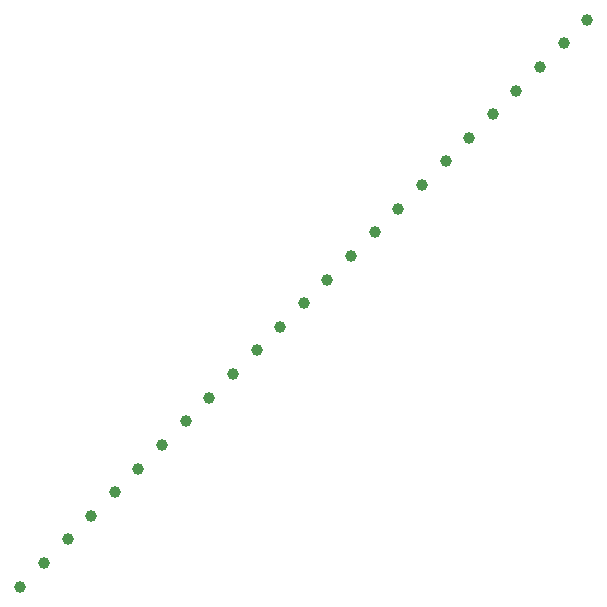
<source format=gbr>
G04 Examples for testing time performance of Gerber parsers*
%FSLAX26Y26*%
%MOMM*%
%ADD10C,1*%
%LPD*%
D10*
X0Y0D03*
X2000000Y2000000D03*
X4000000Y4000000D03*
X6000000Y6000000D03*
X8000000Y8000000D03*
X10000000Y10000000D03*
X12000000Y12000000D03*
X14000000Y14000000D03*
X16000000Y16000000D03*
X18000000Y18000000D03*
X20000000Y20000000D03*
X22000000Y22000000D03*
X24000000Y24000000D03*
X26000000Y26000000D03*
X28000000Y28000000D03*
X30000000Y30000000D03*
X32000000Y32000000D03*
X34000000Y34000000D03*
X36000000Y36000000D03*
X38000000Y38000000D03*
X40000000Y40000000D03*
X42000000Y42000000D03*
X44000000Y44000000D03*
X46000000Y46000000D03*
X48000000Y48000000D03*
M02*

</source>
